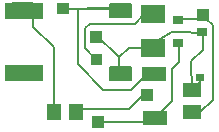
<source format=gbr>
%FSLAX34Y34*%
%MOMM*%
%LNCOPPER_BOTTOM*%
G71*
G01*
%ADD10C,0.150*%
%ADD11R,3.200X1.400*%
%ADD12R,2.000X1.300*%
%ADD13R,1.300X1.400*%
%ADD14R,1.600X1.300*%
%ADD15R,2.000X1.600*%
%ADD16R,0.900X0.800*%
%ADD17C,0.200*%
%LPD*%
G36*
X164539Y983128D02*
X174539Y983128D01*
X174539Y973128D01*
X164539Y973128D01*
X164539Y983128D01*
G37*
G36*
X117311Y915659D02*
X127311Y915659D01*
X127311Y905659D01*
X117311Y905659D01*
X117311Y915659D01*
G37*
G36*
X46270Y988684D02*
X56270Y988684D01*
X56270Y978684D01*
X46270Y978684D01*
X46270Y988684D01*
G37*
G36*
X74448Y964475D02*
X84448Y964475D01*
X84448Y954475D01*
X74448Y954475D01*
X74448Y964475D01*
G37*
G36*
X74578Y945528D02*
X84578Y945528D01*
X84578Y935528D01*
X74578Y935528D01*
X74578Y945528D01*
G37*
G36*
X26267Y988050D02*
X8408Y988050D01*
X8408Y976540D01*
X26267Y976540D01*
X26267Y988050D01*
G37*
G54D10*
X26267Y988050D02*
X8408Y988050D01*
X8408Y976540D01*
X26267Y976540D01*
X26267Y988050D01*
G36*
X26267Y934869D02*
X8408Y934869D01*
X8408Y923360D01*
X26267Y923360D01*
X26267Y934869D01*
G37*
G54D10*
X26267Y934869D02*
X8408Y934869D01*
X8408Y923360D01*
X26267Y923360D01*
X26267Y934869D01*
G36*
X108817Y987653D02*
X90958Y987653D01*
X90958Y976143D01*
X108817Y976143D01*
X108817Y987653D01*
G37*
G54D10*
X108817Y987653D02*
X90958Y987653D01*
X90958Y976143D01*
X108817Y976143D01*
X108817Y987653D01*
G36*
X108817Y934472D02*
X90958Y934472D01*
X90958Y922963D01*
X108817Y922963D01*
X108817Y934472D01*
G37*
G54D10*
X108817Y934472D02*
X90958Y934472D01*
X90958Y922963D01*
X108817Y922963D01*
X108817Y934472D01*
X18324Y981700D02*
G54D11*
D03*
X18329Y928921D02*
G54D11*
D03*
X128717Y891028D02*
G54D12*
D03*
X128617Y928628D02*
G54D12*
D03*
X62332Y896372D02*
G54D13*
D03*
X43332Y896372D02*
G54D13*
D03*
X160495Y895995D02*
G54D14*
D03*
X160495Y914995D02*
G54D14*
D03*
X127260Y950682D02*
G54D15*
D03*
X127260Y978682D02*
G54D15*
D03*
X148859Y954100D02*
G54D16*
D03*
X148859Y974100D02*
G54D16*
D03*
X168859Y964100D02*
G54D16*
D03*
G54D17*
X26267Y976540D02*
X26267Y968206D01*
X43332Y951538D01*
X43332Y896372D01*
G54D17*
X169630Y962159D02*
X169779Y948916D01*
X160014Y939234D01*
X160495Y914995D01*
G54D17*
X127260Y950682D02*
X127260Y954777D01*
X143459Y964100D01*
X156159Y964100D01*
X169630Y962159D01*
G54D17*
X127260Y950682D02*
X106770Y950682D01*
X98498Y942409D01*
X98498Y928122D01*
X99292Y927328D01*
G54D17*
X76670Y961459D02*
X79448Y961459D01*
X98498Y942409D01*
G36*
X164242Y928313D02*
X170242Y928313D01*
X170242Y922313D01*
X164242Y922313D01*
X164242Y928313D01*
G37*
G54D17*
X95720Y983684D02*
X51270Y983684D01*
G54D17*
X101000Y983734D02*
X71164Y983734D01*
G54D17*
X122311Y910659D02*
X119136Y910659D01*
X107229Y898753D01*
X64714Y898753D01*
X62332Y896372D01*
G54D17*
X149630Y952159D02*
X149630Y938772D01*
X143345Y932488D01*
X143345Y905656D01*
X128717Y891028D01*
G54D17*
X64020Y983734D02*
X64020Y936406D01*
X85401Y914628D01*
X108617Y914628D01*
X121617Y927628D01*
G54D17*
X149630Y972159D02*
X153664Y974556D01*
X172333Y974540D01*
X177873Y969397D01*
X177873Y905897D01*
X167554Y895975D01*
G54D17*
X127260Y978682D02*
X120086Y978682D01*
X111992Y970588D01*
X74289Y970588D01*
X69923Y967016D01*
X69923Y950182D01*
X79578Y940528D01*
G36*
X76000Y892834D02*
X86000Y892834D01*
X86000Y882834D01*
X76000Y882834D01*
X76000Y892834D01*
G37*
G54D17*
X81000Y887834D02*
X122514Y887834D01*
X123501Y886847D01*
G54D17*
X167242Y925313D02*
X167242Y921742D01*
X160495Y914995D01*
M02*

</source>
